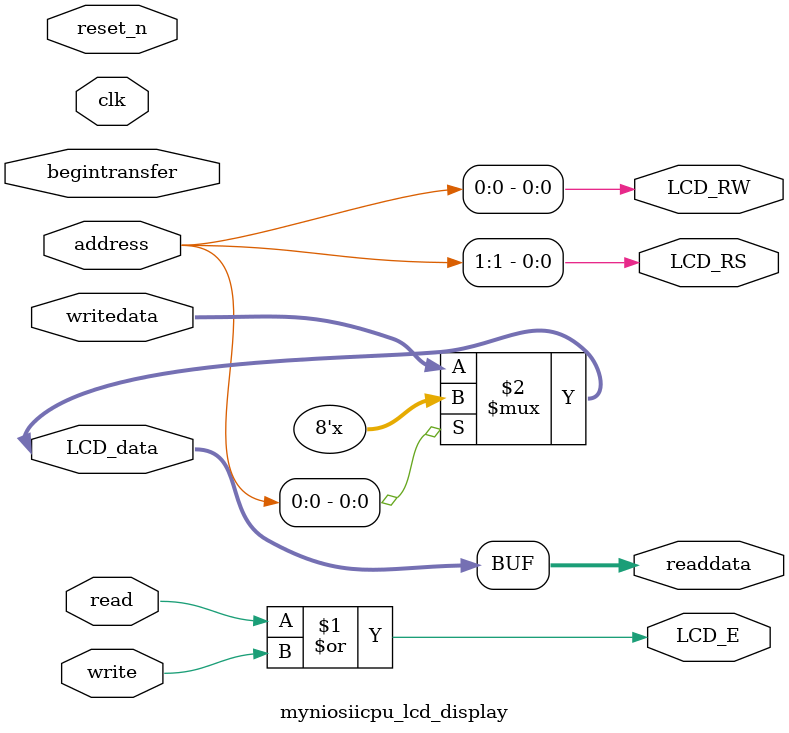
<source format=v>

`timescale 1ns / 1ps
// synthesis translate_on

// turn off superfluous verilog processor warnings 
// altera message_level Level1 
// altera message_off 10034 10035 10036 10037 10230 10240 10030 

module myniosiicpu_lcd_display (
                                 // inputs:
                                  address,
                                  begintransfer,
                                  clk,
                                  read,
                                  reset_n,
                                  write,
                                  writedata,

                                 // outputs:
                                  LCD_E,
                                  LCD_RS,
                                  LCD_RW,
                                  LCD_data,
                                  readdata
                               )
;

  output           LCD_E;
  output           LCD_RS;
  output           LCD_RW;
  inout   [  7: 0] LCD_data;
  output  [  7: 0] readdata;
  input   [  1: 0] address;
  input            begintransfer;
  input            clk;
  input            read;
  input            reset_n;
  input            write;
  input   [  7: 0] writedata;

  wire             LCD_E;
  wire             LCD_RS;
  wire             LCD_RW;
  wire    [  7: 0] LCD_data;
  wire    [  7: 0] readdata;
  assign LCD_RW = address[0];
  assign LCD_RS = address[1];
  assign LCD_E = read | write;
  assign LCD_data = (address[0]) ? {8{1'bz}} : writedata;
  assign readdata = LCD_data;
  //control_slave, which is an e_avalon_slave

endmodule


</source>
